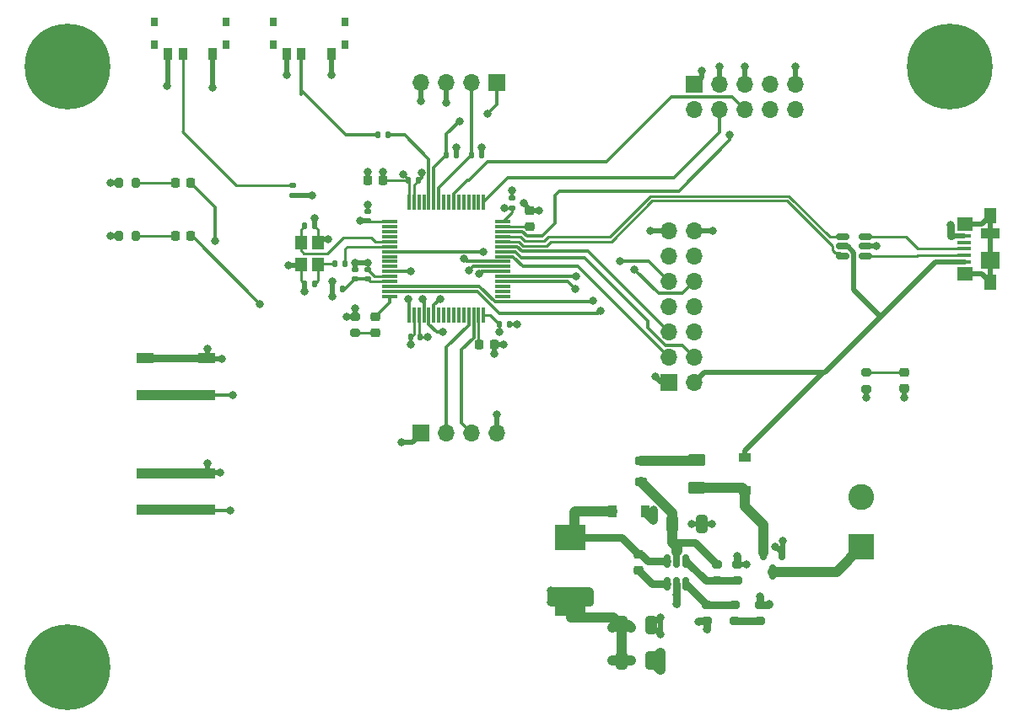
<source format=gbr>
%TF.GenerationSoftware,KiCad,Pcbnew,(6.0.9)*%
%TF.CreationDate,2022-12-02T11:09:33-06:00*%
%TF.ProjectId,First_stm32,46697273-745f-4737-946d-33322e6b6963,rev?*%
%TF.SameCoordinates,Original*%
%TF.FileFunction,Copper,L1,Top*%
%TF.FilePolarity,Positive*%
%FSLAX46Y46*%
G04 Gerber Fmt 4.6, Leading zero omitted, Abs format (unit mm)*
G04 Created by KiCad (PCBNEW (6.0.9)) date 2022-12-02 11:09:33*
%MOMM*%
%LPD*%
G01*
G04 APERTURE LIST*
G04 Aperture macros list*
%AMRoundRect*
0 Rectangle with rounded corners*
0 $1 Rounding radius*
0 $2 $3 $4 $5 $6 $7 $8 $9 X,Y pos of 4 corners*
0 Add a 4 corners polygon primitive as box body*
4,1,4,$2,$3,$4,$5,$6,$7,$8,$9,$2,$3,0*
0 Add four circle primitives for the rounded corners*
1,1,$1+$1,$2,$3*
1,1,$1+$1,$4,$5*
1,1,$1+$1,$6,$7*
1,1,$1+$1,$8,$9*
0 Add four rect primitives between the rounded corners*
20,1,$1+$1,$2,$3,$4,$5,0*
20,1,$1+$1,$4,$5,$6,$7,0*
20,1,$1+$1,$6,$7,$8,$9,0*
20,1,$1+$1,$8,$9,$2,$3,0*%
G04 Aperture macros list end*
%TA.AperFunction,SMDPad,CuDef*%
%ADD10R,1.800000X1.100000*%
%TD*%
%TA.AperFunction,ComponentPad*%
%ADD11R,1.700000X1.700000*%
%TD*%
%TA.AperFunction,ComponentPad*%
%ADD12O,1.700000X1.700000*%
%TD*%
%TA.AperFunction,SMDPad,CuDef*%
%ADD13R,0.900000X1.200000*%
%TD*%
%TA.AperFunction,SMDPad,CuDef*%
%ADD14RoundRect,0.140000X-0.140000X-0.170000X0.140000X-0.170000X0.140000X0.170000X-0.140000X0.170000X0*%
%TD*%
%TA.AperFunction,SMDPad,CuDef*%
%ADD15R,0.900000X1.250000*%
%TD*%
%TA.AperFunction,SMDPad,CuDef*%
%ADD16R,0.800000X0.930000*%
%TD*%
%TA.AperFunction,SMDPad,CuDef*%
%ADD17RoundRect,0.200000X-0.275000X0.200000X-0.275000X-0.200000X0.275000X-0.200000X0.275000X0.200000X0*%
%TD*%
%TA.AperFunction,SMDPad,CuDef*%
%ADD18RoundRect,0.225000X0.225000X0.250000X-0.225000X0.250000X-0.225000X-0.250000X0.225000X-0.250000X0*%
%TD*%
%TA.AperFunction,SMDPad,CuDef*%
%ADD19RoundRect,0.250000X0.625000X-0.375000X0.625000X0.375000X-0.625000X0.375000X-0.625000X-0.375000X0*%
%TD*%
%TA.AperFunction,SMDPad,CuDef*%
%ADD20RoundRect,0.140000X0.170000X-0.140000X0.170000X0.140000X-0.170000X0.140000X-0.170000X-0.140000X0*%
%TD*%
%TA.AperFunction,SMDPad,CuDef*%
%ADD21RoundRect,0.218750X0.256250X-0.218750X0.256250X0.218750X-0.256250X0.218750X-0.256250X-0.218750X0*%
%TD*%
%TA.AperFunction,ComponentPad*%
%ADD22C,0.900000*%
%TD*%
%TA.AperFunction,ComponentPad*%
%ADD23C,8.600000*%
%TD*%
%TA.AperFunction,SMDPad,CuDef*%
%ADD24RoundRect,0.225000X0.250000X-0.225000X0.250000X0.225000X-0.250000X0.225000X-0.250000X-0.225000X0*%
%TD*%
%TA.AperFunction,SMDPad,CuDef*%
%ADD25RoundRect,0.218750X-0.218750X-0.256250X0.218750X-0.256250X0.218750X0.256250X-0.218750X0.256250X0*%
%TD*%
%TA.AperFunction,SMDPad,CuDef*%
%ADD26RoundRect,0.218750X-0.256250X0.218750X-0.256250X-0.218750X0.256250X-0.218750X0.256250X0.218750X0*%
%TD*%
%TA.AperFunction,SMDPad,CuDef*%
%ADD27R,3.048000X2.540000*%
%TD*%
%TA.AperFunction,SMDPad,CuDef*%
%ADD28RoundRect,0.150000X-0.150000X0.587500X-0.150000X-0.587500X0.150000X-0.587500X0.150000X0.587500X0*%
%TD*%
%TA.AperFunction,SMDPad,CuDef*%
%ADD29RoundRect,0.140000X0.140000X0.170000X-0.140000X0.170000X-0.140000X-0.170000X0.140000X-0.170000X0*%
%TD*%
%TA.AperFunction,SMDPad,CuDef*%
%ADD30RoundRect,0.135000X0.185000X-0.135000X0.185000X0.135000X-0.185000X0.135000X-0.185000X-0.135000X0*%
%TD*%
%TA.AperFunction,SMDPad,CuDef*%
%ADD31R,1.200000X0.900000*%
%TD*%
%TA.AperFunction,SMDPad,CuDef*%
%ADD32RoundRect,0.200000X0.275000X-0.200000X0.275000X0.200000X-0.275000X0.200000X-0.275000X-0.200000X0*%
%TD*%
%TA.AperFunction,SMDPad,CuDef*%
%ADD33RoundRect,0.135000X0.135000X0.185000X-0.135000X0.185000X-0.135000X-0.185000X0.135000X-0.185000X0*%
%TD*%
%TA.AperFunction,SMDPad,CuDef*%
%ADD34RoundRect,0.250000X-0.325000X-0.650000X0.325000X-0.650000X0.325000X0.650000X-0.325000X0.650000X0*%
%TD*%
%TA.AperFunction,SMDPad,CuDef*%
%ADD35RoundRect,0.218750X-0.381250X0.218750X-0.381250X-0.218750X0.381250X-0.218750X0.381250X0.218750X0*%
%TD*%
%TA.AperFunction,ComponentPad*%
%ADD36R,2.600000X2.600000*%
%TD*%
%TA.AperFunction,ComponentPad*%
%ADD37C,2.600000*%
%TD*%
%TA.AperFunction,SMDPad,CuDef*%
%ADD38RoundRect,0.200000X0.200000X0.275000X-0.200000X0.275000X-0.200000X-0.275000X0.200000X-0.275000X0*%
%TD*%
%TA.AperFunction,SMDPad,CuDef*%
%ADD39RoundRect,0.225000X-0.225000X-0.250000X0.225000X-0.250000X0.225000X0.250000X-0.225000X0.250000X0*%
%TD*%
%TA.AperFunction,SMDPad,CuDef*%
%ADD40RoundRect,0.075000X-0.700000X-0.075000X0.700000X-0.075000X0.700000X0.075000X-0.700000X0.075000X0*%
%TD*%
%TA.AperFunction,SMDPad,CuDef*%
%ADD41RoundRect,0.075000X-0.075000X-0.700000X0.075000X-0.700000X0.075000X0.700000X-0.075000X0.700000X0*%
%TD*%
%TA.AperFunction,SMDPad,CuDef*%
%ADD42R,1.380000X0.450000*%
%TD*%
%TA.AperFunction,SMDPad,CuDef*%
%ADD43R,1.900000X1.000000*%
%TD*%
%TA.AperFunction,SMDPad,CuDef*%
%ADD44R,1.550000X1.425000*%
%TD*%
%TA.AperFunction,SMDPad,CuDef*%
%ADD45R,1.300000X1.650000*%
%TD*%
%TA.AperFunction,SMDPad,CuDef*%
%ADD46R,1.900000X1.800000*%
%TD*%
%TA.AperFunction,SMDPad,CuDef*%
%ADD47RoundRect,0.150000X0.150000X-0.512500X0.150000X0.512500X-0.150000X0.512500X-0.150000X-0.512500X0*%
%TD*%
%TA.AperFunction,SMDPad,CuDef*%
%ADD48RoundRect,0.150000X0.512500X0.150000X-0.512500X0.150000X-0.512500X-0.150000X0.512500X-0.150000X0*%
%TD*%
%TA.AperFunction,SMDPad,CuDef*%
%ADD49RoundRect,0.147500X-0.147500X-0.172500X0.147500X-0.172500X0.147500X0.172500X-0.147500X0.172500X0*%
%TD*%
%TA.AperFunction,SMDPad,CuDef*%
%ADD50R,1.200000X1.400000*%
%TD*%
%TA.AperFunction,ViaPad*%
%ADD51C,0.800000*%
%TD*%
%TA.AperFunction,Conductor*%
%ADD52C,1.000000*%
%TD*%
%TA.AperFunction,Conductor*%
%ADD53C,0.500000*%
%TD*%
%TA.AperFunction,Conductor*%
%ADD54C,0.250000*%
%TD*%
%TA.AperFunction,Conductor*%
%ADD55C,0.300000*%
%TD*%
%TA.AperFunction,Conductor*%
%ADD56C,0.750000*%
%TD*%
%TA.AperFunction,Conductor*%
%ADD57C,0.261112*%
%TD*%
G04 APERTURE END LIST*
D10*
%TO.P,SW3,1,1*%
%TO.N,GND*%
X105512800Y-101015800D03*
X99312800Y-101015800D03*
%TO.P,SW3,2,2*%
%TO.N,BUTTON_1*%
X99312800Y-104715800D03*
X105512800Y-104715800D03*
%TD*%
D11*
%TO.P,J2,1,Pin_1*%
%TO.N,+3.3V*%
X154432000Y-61976000D03*
D12*
%TO.P,J2,2,Pin_2*%
%TO.N,SWDIO*%
X154432000Y-64516000D03*
%TO.P,J2,3,Pin_3*%
%TO.N,GND*%
X156972000Y-61976000D03*
%TO.P,J2,4,Pin_4*%
%TO.N,SWCLK*%
X156972000Y-64516000D03*
%TO.P,J2,5,Pin_5*%
%TO.N,GND*%
X159512000Y-61976000D03*
%TO.P,J2,6,Pin_6*%
%TO.N,SWO*%
X159512000Y-64516000D03*
%TO.P,J2,7,Pin_7*%
%TO.N,unconnected-(J2-Pad7)*%
X162052000Y-61976000D03*
%TO.P,J2,8,Pin_8*%
%TO.N,unconnected-(J2-Pad8)*%
X162052000Y-64516000D03*
%TO.P,J2,9,Pin_9*%
%TO.N,GND*%
X164592000Y-61976000D03*
%TO.P,J2,10,Pin_10*%
%TO.N,NRST*%
X164592000Y-64516000D03*
%TD*%
D13*
%TO.P,D2,1,K*%
%TO.N,BUCK_SW*%
X146178000Y-104902000D03*
%TO.P,D2,2,A*%
%TO.N,GND*%
X149478000Y-104902000D03*
%TD*%
D14*
%TO.P,C15,1*%
%TO.N,HSE_IN*%
X115344000Y-76200000D03*
%TO.P,C15,2*%
%TO.N,GND*%
X116304000Y-76200000D03*
%TD*%
D15*
%TO.P,SW1,1,A*%
%TO.N,+3.3V*%
X117999200Y-58894800D03*
%TO.P,SW1,2,B*%
%TO.N,Net-(R7-Pad2)*%
X114999200Y-58894800D03*
%TO.P,SW1,3,C*%
%TO.N,GND*%
X113499200Y-58894800D03*
D16*
%TO.P,SW1,4*%
%TO.N,N/C*%
X112149200Y-57954800D03*
%TO.P,SW1,5*%
X112149200Y-55684800D03*
%TO.P,SW1,6*%
X119349200Y-55684800D03*
%TO.P,SW1,7*%
X119349200Y-57954800D03*
%TD*%
D17*
%TO.P,R1,1*%
%TO.N,BUCK_IN*%
X156718000Y-110173000D03*
%TO.P,R1,2*%
%TO.N,BUCK_EN*%
X156718000Y-111823000D03*
%TD*%
D18*
%TO.P,C5,1*%
%TO.N,+3.3V*%
X123203000Y-71628000D03*
%TO.P,C5,2*%
%TO.N,GND*%
X121653000Y-71628000D03*
%TD*%
D19*
%TO.P,F1,1*%
%TO.N,Net-(D1-Pad1)*%
X154686000Y-102492000D03*
%TO.P,F1,2*%
%TO.N,Net-(F1-Pad2)*%
X154686000Y-99692000D03*
%TD*%
D20*
%TO.P,C9,1*%
%TO.N,+3.3V*%
X136144000Y-74366000D03*
%TO.P,C9,2*%
%TO.N,GND*%
X136144000Y-73406000D03*
%TD*%
D21*
%TO.P,D4,1,K*%
%TO.N,Net-(D4-Pad1)*%
X122428000Y-86893500D03*
%TO.P,D4,2,A*%
%TO.N,LED_STATUS*%
X122428000Y-85318500D03*
%TD*%
D22*
%TO.P,H1,1,1*%
%TO.N,GND*%
X177805581Y-62478419D03*
X176861000Y-60198000D03*
X182366419Y-62478419D03*
X182366419Y-57917581D03*
X180086000Y-63423000D03*
X183311000Y-60198000D03*
X180086000Y-56973000D03*
X177805581Y-57917581D03*
D23*
X180086000Y-60198000D03*
%TD*%
D10*
%TO.P,SW4,1,1*%
%TO.N,GND*%
X105512800Y-89458800D03*
X99312800Y-89458800D03*
%TO.P,SW4,2,2*%
%TO.N,BUTTON_2*%
X99312800Y-93158800D03*
X105512800Y-93158800D03*
%TD*%
D24*
%TO.P,C14,1*%
%TO.N,Net-(C14-Pad1)*%
X137922000Y-76213000D03*
%TO.P,C14,2*%
%TO.N,GND*%
X137922000Y-74663000D03*
%TD*%
D25*
%TO.P,D5,1,K*%
%TO.N,/GREEN_LED_CATHODE*%
X102311000Y-77216000D03*
%TO.P,D5,2,A*%
%TO.N,LED_GREEN*%
X103886000Y-77216000D03*
%TD*%
D26*
%TO.P,D3,1,K*%
%TO.N,Net-(D3-Pad1)*%
X175514000Y-90932000D03*
%TO.P,D3,2,A*%
%TO.N,+3.3V*%
X175514000Y-92507000D03*
%TD*%
D27*
%TO.P,L1,1*%
%TO.N,BUCK_SW*%
X141960600Y-107467400D03*
%TO.P,L1,2*%
%TO.N,+3.3V*%
X141960600Y-114071400D03*
%TD*%
D20*
%TO.P,C12,1*%
%TO.N,+3.3VA*%
X120396000Y-81534000D03*
%TO.P,C12,2*%
%TO.N,GND*%
X120396000Y-80574000D03*
%TD*%
D28*
%TO.P,Q1,1,G*%
%TO.N,GND*%
X163256000Y-109044500D03*
%TO.P,Q1,2,S*%
%TO.N,Net-(D1-Pad1)*%
X161356000Y-109044500D03*
%TO.P,Q1,3,D*%
%TO.N,+12V*%
X162306000Y-110919500D03*
%TD*%
D14*
%TO.P,C8,1*%
%TO.N,+3.3V*%
X134902000Y-86106000D03*
%TO.P,C8,2*%
%TO.N,GND*%
X135862000Y-86106000D03*
%TD*%
D11*
%TO.P,J6,1,Pin_1*%
%TO.N,+3.3V*%
X151872000Y-91928000D03*
D12*
%TO.P,J6,2,Pin_2*%
%TO.N,+5V*%
X154412000Y-91928000D03*
%TO.P,J6,3,Pin_3*%
%TO.N,PIN_1*%
X151872000Y-89388000D03*
%TO.P,J6,4,Pin_4*%
%TO.N,PIN_2*%
X154412000Y-89388000D03*
%TO.P,J6,5,Pin_5*%
%TO.N,PIN_3*%
X151872000Y-86848000D03*
%TO.P,J6,6,Pin_6*%
%TO.N,PIN_4*%
X154412000Y-86848000D03*
%TO.P,J6,7,Pin_7*%
%TO.N,PIN_5*%
X151872000Y-84308000D03*
%TO.P,J6,8,Pin_8*%
%TO.N,PIN_6*%
X154412000Y-84308000D03*
%TO.P,J6,9,Pin_9*%
%TO.N,PWM_1*%
X151872000Y-81768000D03*
%TO.P,J6,10,Pin_10*%
%TO.N,PWM_2*%
X154412000Y-81768000D03*
%TO.P,J6,11,Pin_11*%
%TO.N,ANALOG_1*%
X151872000Y-79228000D03*
%TO.P,J6,12,Pin_12*%
%TO.N,ANALOG_2*%
X154412000Y-79228000D03*
%TO.P,J6,13,Pin_13*%
%TO.N,GND*%
X151872000Y-76688000D03*
%TO.P,J6,14,Pin_14*%
X154412000Y-76688000D03*
%TD*%
D29*
%TO.P,C16,1*%
%TO.N,Net-(C16-Pad1)*%
X116304000Y-82042000D03*
%TO.P,C16,2*%
%TO.N,GND*%
X115344000Y-82042000D03*
%TD*%
D30*
%TO.P,R14,1*%
%TO.N,SWITCH*%
X114147600Y-73103200D03*
%TO.P,R14,2*%
%TO.N,Net-(R14-Pad2)*%
X114147600Y-72083200D03*
%TD*%
D22*
%TO.P,H4,1,1*%
%TO.N,GND*%
X93771219Y-122778019D03*
X94715800Y-120497600D03*
X88265800Y-120497600D03*
X89210381Y-118217181D03*
D23*
X91490800Y-120497600D03*
D22*
X93771219Y-118217181D03*
X91490800Y-123722600D03*
X91490800Y-117272600D03*
X89210381Y-122778019D03*
%TD*%
D20*
%TO.P,C11,1*%
%TO.N,+3.3VA*%
X121666000Y-81534000D03*
%TO.P,C11,2*%
%TO.N,GND*%
X121666000Y-80574000D03*
%TD*%
D31*
%TO.P,D1,1,K*%
%TO.N,Net-(D1-Pad1)*%
X159512000Y-102742000D03*
%TO.P,D1,2,A*%
%TO.N,+5V*%
X159512000Y-99442000D03*
%TD*%
D32*
%TO.P,R3,1*%
%TO.N,+3.3V*%
X155702000Y-115887000D03*
%TO.P,R3,2*%
%TO.N,BUCK_FB*%
X155702000Y-114237000D03*
%TD*%
D33*
%TO.P,R7,1*%
%TO.N,BOOT0*%
X123700000Y-67056000D03*
%TO.P,R7,2*%
%TO.N,Net-(R7-Pad2)*%
X122680000Y-67056000D03*
%TD*%
D22*
%TO.P,H3,1,1*%
%TO.N,GND*%
X180086000Y-123722600D03*
X180086000Y-117272600D03*
X183311000Y-120497600D03*
X177805581Y-122778019D03*
D23*
X180086000Y-120497600D03*
D22*
X177805581Y-118217181D03*
X176861000Y-120497600D03*
X182366419Y-122778019D03*
X182366419Y-118217181D03*
%TD*%
D34*
%TO.P,C1,1*%
%TO.N,BUCK_IN*%
X152195000Y-106172000D03*
%TO.P,C1,2*%
%TO.N,GND*%
X155145000Y-106172000D03*
%TD*%
D33*
%TO.P,R10,1*%
%TO.N,+3.3V*%
X133098000Y-69088000D03*
%TO.P,R10,2*%
%TO.N,I2C1_SCL*%
X132078000Y-69088000D03*
%TD*%
D17*
%TO.P,R9,1*%
%TO.N,GND*%
X120396000Y-85281000D03*
%TO.P,R9,2*%
%TO.N,Net-(D4-Pad1)*%
X120396000Y-86931000D03*
%TD*%
D35*
%TO.P,FB1,1*%
%TO.N,Net-(F1-Pad2)*%
X149098000Y-99775500D03*
%TO.P,FB1,2*%
%TO.N,BUCK_IN*%
X149098000Y-101900500D03*
%TD*%
D36*
%TO.P,J1,1,Pin_1*%
%TO.N,+12V*%
X171204000Y-108418000D03*
D37*
%TO.P,J1,2,Pin_2*%
%TO.N,GND*%
X171204000Y-103418000D03*
%TD*%
D38*
%TO.P,R13,1*%
%TO.N,/WHITE_LED_CATHODE*%
X98335500Y-71882000D03*
%TO.P,R13,2*%
%TO.N,GND*%
X96685500Y-71882000D03*
%TD*%
D11*
%TO.P,J4,1,Pin_1*%
%TO.N,+3.3V*%
X127000000Y-97028000D03*
D12*
%TO.P,J4,2,Pin_2*%
%TO.N,USART3_TX*%
X129540000Y-97028000D03*
%TO.P,J4,3,Pin_3*%
%TO.N,USART3_RX*%
X132080000Y-97028000D03*
%TO.P,J4,4,Pin_4*%
%TO.N,GND*%
X134620000Y-97028000D03*
%TD*%
D39*
%TO.P,C13,1*%
%TO.N,Net-(C13-Pad1)*%
X132829000Y-88138000D03*
%TO.P,C13,2*%
%TO.N,GND*%
X134379000Y-88138000D03*
%TD*%
D40*
%TO.P,U2,1,VBAT*%
%TO.N,+3.3V*%
X123865000Y-75752000D03*
%TO.P,U2,2,PC13*%
%TO.N,unconnected-(U2-Pad2)*%
X123865000Y-76252000D03*
%TO.P,U2,3,PC14*%
%TO.N,unconnected-(U2-Pad3)*%
X123865000Y-76752000D03*
%TO.P,U2,4,PC15*%
%TO.N,unconnected-(U2-Pad4)*%
X123865000Y-77252000D03*
%TO.P,U2,5,PH0*%
%TO.N,HSE_IN*%
X123865000Y-77752000D03*
%TO.P,U2,6,PH1*%
%TO.N,HSE_OUT*%
X123865000Y-78252000D03*
%TO.P,U2,7,NRST*%
%TO.N,NRST*%
X123865000Y-78752000D03*
%TO.P,U2,8,PC0*%
%TO.N,unconnected-(U2-Pad8)*%
X123865000Y-79252000D03*
%TO.P,U2,9,PC1*%
%TO.N,unconnected-(U2-Pad9)*%
X123865000Y-79752000D03*
%TO.P,U2,10,PC2*%
%TO.N,unconnected-(U2-Pad10)*%
X123865000Y-80252000D03*
%TO.P,U2,11,PC3*%
%TO.N,SWITCH*%
X123865000Y-80752000D03*
%TO.P,U2,12,VSSA*%
%TO.N,GND*%
X123865000Y-81252000D03*
%TO.P,U2,13,VDDA*%
%TO.N,+3.3VA*%
X123865000Y-81752000D03*
%TO.P,U2,14,PA0*%
%TO.N,ANALOG_1*%
X123865000Y-82252000D03*
%TO.P,U2,15,PA1*%
%TO.N,ANALOG_2*%
X123865000Y-82752000D03*
%TO.P,U2,16,PA2*%
%TO.N,LED_STATUS*%
X123865000Y-83252000D03*
D41*
%TO.P,U2,17,PA3*%
%TO.N,LED_GREEN*%
X125790000Y-85177000D03*
%TO.P,U2,18,VSS*%
%TO.N,GND*%
X126290000Y-85177000D03*
%TO.P,U2,19,VDD*%
%TO.N,+3.3V*%
X126790000Y-85177000D03*
%TO.P,U2,20,PA4*%
%TO.N,LED_WHITE*%
X127290000Y-85177000D03*
%TO.P,U2,21,PA5*%
%TO.N,BUTTON_1*%
X127790000Y-85177000D03*
%TO.P,U2,22,PA6*%
%TO.N,BUTTON_2*%
X128290000Y-85177000D03*
%TO.P,U2,23,PA7*%
%TO.N,unconnected-(U2-Pad23)*%
X128790000Y-85177000D03*
%TO.P,U2,24,PC4*%
%TO.N,unconnected-(U2-Pad24)*%
X129290000Y-85177000D03*
%TO.P,U2,25,PC5*%
%TO.N,unconnected-(U2-Pad25)*%
X129790000Y-85177000D03*
%TO.P,U2,26,PB0*%
%TO.N,unconnected-(U2-Pad26)*%
X130290000Y-85177000D03*
%TO.P,U2,27,PB1*%
%TO.N,unconnected-(U2-Pad27)*%
X130790000Y-85177000D03*
%TO.P,U2,28,PB2*%
%TO.N,unconnected-(U2-Pad28)*%
X131290000Y-85177000D03*
%TO.P,U2,29,PB10*%
%TO.N,USART3_TX*%
X131790000Y-85177000D03*
%TO.P,U2,30,PB11*%
%TO.N,USART3_RX*%
X132290000Y-85177000D03*
%TO.P,U2,31,VCAP_1*%
%TO.N,Net-(C13-Pad1)*%
X132790000Y-85177000D03*
%TO.P,U2,32,VDD*%
%TO.N,+3.3V*%
X133290000Y-85177000D03*
D40*
%TO.P,U2,33,PB12*%
%TO.N,unconnected-(U2-Pad33)*%
X135215000Y-83252000D03*
%TO.P,U2,34,PB13*%
%TO.N,unconnected-(U2-Pad34)*%
X135215000Y-82752000D03*
%TO.P,U2,35,PB14*%
%TO.N,unconnected-(U2-Pad35)*%
X135215000Y-82252000D03*
%TO.P,U2,36,PB15*%
%TO.N,PWM_2*%
X135215000Y-81752000D03*
%TO.P,U2,37,PC6*%
%TO.N,PWM_1*%
X135215000Y-81252000D03*
%TO.P,U2,38,PC7*%
%TO.N,PIN_4*%
X135215000Y-80752000D03*
%TO.P,U2,39,PC8*%
%TO.N,PIN_5*%
X135215000Y-80252000D03*
%TO.P,U2,40,PC9*%
%TO.N,PIN_6*%
X135215000Y-79752000D03*
%TO.P,U2,41,PA8*%
%TO.N,PIN_1*%
X135215000Y-79252000D03*
%TO.P,U2,42,PA9*%
%TO.N,PIN_2*%
X135215000Y-78752000D03*
%TO.P,U2,43,PA10*%
%TO.N,PIN_3*%
X135215000Y-78252000D03*
%TO.P,U2,44,PA11*%
%TO.N,USB_D-*%
X135215000Y-77752000D03*
%TO.P,U2,45,PA12*%
%TO.N,USB_D+*%
X135215000Y-77252000D03*
%TO.P,U2,46,PA13*%
%TO.N,SWDIO*%
X135215000Y-76752000D03*
%TO.P,U2,47,VCAP_2*%
%TO.N,Net-(C14-Pad1)*%
X135215000Y-76252000D03*
%TO.P,U2,48,VDD*%
%TO.N,+3.3V*%
X135215000Y-75752000D03*
D41*
%TO.P,U2,49,PA14*%
%TO.N,SWCLK*%
X133290000Y-73827000D03*
%TO.P,U2,50,PA15*%
%TO.N,unconnected-(U2-Pad50)*%
X132790000Y-73827000D03*
%TO.P,U2,51,PC10*%
%TO.N,unconnected-(U2-Pad51)*%
X132290000Y-73827000D03*
%TO.P,U2,52,PC11*%
%TO.N,unconnected-(U2-Pad52)*%
X131790000Y-73827000D03*
%TO.P,U2,53,PC12*%
%TO.N,unconnected-(U2-Pad53)*%
X131290000Y-73827000D03*
%TO.P,U2,54,PD2*%
%TO.N,unconnected-(U2-Pad54)*%
X130790000Y-73827000D03*
%TO.P,U2,55,PB3*%
%TO.N,SWO*%
X130290000Y-73827000D03*
%TO.P,U2,56,PB4*%
%TO.N,unconnected-(U2-Pad56)*%
X129790000Y-73827000D03*
%TO.P,U2,57,PB5*%
%TO.N,unconnected-(U2-Pad57)*%
X129290000Y-73827000D03*
%TO.P,U2,58,PB6*%
%TO.N,I2C1_SCL*%
X128790000Y-73827000D03*
%TO.P,U2,59,PB7*%
%TO.N,I2C1_SDA*%
X128290000Y-73827000D03*
%TO.P,U2,60,BOOT0*%
%TO.N,BOOT0*%
X127790000Y-73827000D03*
%TO.P,U2,61,PB8*%
%TO.N,unconnected-(U2-Pad61)*%
X127290000Y-73827000D03*
%TO.P,U2,62,PB9*%
%TO.N,unconnected-(U2-Pad62)*%
X126790000Y-73827000D03*
%TO.P,U2,63,VSS*%
%TO.N,GND*%
X126290000Y-73827000D03*
%TO.P,U2,64,VDD*%
%TO.N,+3.3V*%
X125790000Y-73827000D03*
%TD*%
D42*
%TO.P,J5,1,VBUS*%
%TO.N,+5V*%
X181490000Y-79786000D03*
%TO.P,J5,2,D-*%
%TO.N,USB_CONN_D-*%
X181490000Y-79136000D03*
%TO.P,J5,3,D+*%
%TO.N,USB_CONN_D+*%
X181490000Y-78486000D03*
%TO.P,J5,4,ID*%
%TO.N,unconnected-(J5-Pad4)*%
X181490000Y-77836000D03*
%TO.P,J5,5,GND*%
%TO.N,GND*%
X181490000Y-77186000D03*
D43*
%TO.P,J5,6,Shield*%
%TO.N,unconnected-(J5-Pad6)*%
X184150000Y-76936000D03*
D44*
X181575000Y-80973500D03*
D45*
X184150000Y-81861000D03*
X184150000Y-75111000D03*
D46*
X184150000Y-79636000D03*
D44*
X181575000Y-75998500D03*
%TD*%
D34*
%TO.P,C3,1*%
%TO.N,+3.3V*%
X147115000Y-119888000D03*
%TO.P,C3,2*%
%TO.N,GND*%
X150065000Y-119888000D03*
%TD*%
D38*
%TO.P,R12,1*%
%TO.N,/GREEN_LED_CATHODE*%
X98335500Y-77216000D03*
%TO.P,R12,2*%
%TO.N,GND*%
X96685500Y-77216000D03*
%TD*%
D47*
%TO.P,U1,1,BST*%
%TO.N,BUCK_BST*%
X151704000Y-112135500D03*
%TO.P,U1,2,GND*%
%TO.N,GND*%
X152654000Y-112135500D03*
%TO.P,U1,3,FB*%
%TO.N,BUCK_FB*%
X153604000Y-112135500D03*
%TO.P,U1,4,EN*%
%TO.N,BUCK_EN*%
X153604000Y-109860500D03*
%TO.P,U1,5,IN*%
%TO.N,BUCK_IN*%
X152654000Y-109860500D03*
%TO.P,U1,6,SW*%
%TO.N,BUCK_SW*%
X151704000Y-109860500D03*
%TD*%
D14*
%TO.P,C10,1*%
%TO.N,+3.3V*%
X125758000Y-71628000D03*
%TO.P,C10,2*%
%TO.N,GND*%
X126718000Y-71628000D03*
%TD*%
D15*
%TO.P,SW2,1,A*%
%TO.N,+3.3V*%
X106085200Y-58894800D03*
%TO.P,SW2,2,B*%
%TO.N,Net-(R14-Pad2)*%
X103085200Y-58894800D03*
%TO.P,SW2,3,C*%
%TO.N,GND*%
X101585200Y-58894800D03*
D16*
%TO.P,SW2,4*%
%TO.N,N/C*%
X100235200Y-57954800D03*
%TO.P,SW2,5*%
X100235200Y-55684800D03*
%TO.P,SW2,6*%
X107435200Y-55684800D03*
%TO.P,SW2,7*%
X107435200Y-57954800D03*
%TD*%
D25*
%TO.P,D6,1,K*%
%TO.N,/WHITE_LED_CATHODE*%
X102336500Y-71882000D03*
%TO.P,D6,2,A*%
%TO.N,LED_WHITE*%
X103911500Y-71882000D03*
%TD*%
D29*
%TO.P,C7,1*%
%TO.N,+3.3V*%
X126944000Y-87376000D03*
%TO.P,C7,2*%
%TO.N,GND*%
X125984000Y-87376000D03*
%TD*%
D11*
%TO.P,J3,1,Pin_1*%
%TO.N,I2C1_SDA*%
X134610000Y-61747000D03*
D12*
%TO.P,J3,2,Pin_2*%
%TO.N,I2C1_SCL*%
X132070000Y-61747000D03*
%TO.P,J3,3,Pin_3*%
%TO.N,+3.3V*%
X129530000Y-61747000D03*
%TO.P,J3,4,Pin_4*%
%TO.N,GND*%
X126990000Y-61747000D03*
%TD*%
D48*
%TO.P,U3,1,I/O1*%
%TO.N,USB_CONN_D-*%
X171571500Y-79182000D03*
%TO.P,U3,2,GND*%
%TO.N,GND*%
X171571500Y-78232000D03*
%TO.P,U3,3,I/O2*%
%TO.N,USB_CONN_D+*%
X171571500Y-77282000D03*
%TO.P,U3,4,I/O2*%
%TO.N,USB_D+*%
X169296500Y-77282000D03*
%TO.P,U3,5,VBUS*%
%TO.N,+5V*%
X169296500Y-78232000D03*
%TO.P,U3,6,I/O1*%
%TO.N,USB_D-*%
X169296500Y-79182000D03*
%TD*%
D49*
%TO.P,L2,1*%
%TO.N,+3.3V*%
X118133000Y-82550000D03*
%TO.P,L2,2*%
%TO.N,+3.3VA*%
X119103000Y-82550000D03*
%TD*%
D24*
%TO.P,C4,1*%
%TO.N,BUCK_BST*%
X148844000Y-110757000D03*
%TO.P,C4,2*%
%TO.N,BUCK_SW*%
X148844000Y-109207000D03*
%TD*%
D20*
%TO.P,C6,1*%
%TO.N,+3.3V*%
X121666000Y-75692000D03*
%TO.P,C6,2*%
%TO.N,GND*%
X121666000Y-74732000D03*
%TD*%
D33*
%TO.P,R8,1*%
%TO.N,HSE_OUT*%
X119382000Y-80010000D03*
%TO.P,R8,2*%
%TO.N,Net-(C16-Pad1)*%
X118362000Y-80010000D03*
%TD*%
D22*
%TO.P,H2,1,1*%
%TO.N,GND*%
X94715800Y-60198000D03*
X93771219Y-57917581D03*
X91490800Y-56973000D03*
X89210381Y-57917581D03*
X89210381Y-62478419D03*
D23*
X91490800Y-60198000D03*
D22*
X91490800Y-63423000D03*
X93771219Y-62478419D03*
X88265800Y-60198000D03*
%TD*%
D32*
%TO.P,R6,1*%
%TO.N,GND*%
X171704000Y-92582000D03*
%TO.P,R6,2*%
%TO.N,Net-(D3-Pad1)*%
X171704000Y-90932000D03*
%TD*%
D33*
%TO.P,R11,1*%
%TO.N,+3.3V*%
X130558000Y-69088000D03*
%TO.P,R11,2*%
%TO.N,I2C1_SDA*%
X129538000Y-69088000D03*
%TD*%
D32*
%TO.P,R5,1*%
%TO.N,Net-(R4-Pad2)*%
X161036000Y-115887000D03*
%TO.P,R5,2*%
%TO.N,GND*%
X161036000Y-114237000D03*
%TD*%
D50*
%TO.P,Y1,1,1*%
%TO.N,HSE_IN*%
X114974000Y-77894000D03*
%TO.P,Y1,2,2*%
%TO.N,GND*%
X114974000Y-80094000D03*
%TO.P,Y1,3,3*%
%TO.N,Net-(C16-Pad1)*%
X116674000Y-80094000D03*
%TO.P,Y1,4,4*%
%TO.N,GND*%
X116674000Y-77894000D03*
%TD*%
D32*
%TO.P,R2,1*%
%TO.N,BUCK_EN*%
X158750000Y-111823000D03*
%TO.P,R2,2*%
%TO.N,GND*%
X158750000Y-110173000D03*
%TD*%
D34*
%TO.P,C2,1*%
%TO.N,+3.3V*%
X147115000Y-116332000D03*
%TO.P,C2,2*%
%TO.N,GND*%
X150065000Y-116332000D03*
%TD*%
D17*
%TO.P,R4,1*%
%TO.N,BUCK_FB*%
X158496000Y-114237000D03*
%TO.P,R4,2*%
%TO.N,Net-(R4-Pad2)*%
X158496000Y-115887000D03*
%TD*%
D51*
%TO.N,GND*%
X127000000Y-63601600D03*
X95859600Y-71882000D03*
X113538000Y-61010800D03*
X161036000Y-113411000D03*
X136144000Y-72644000D03*
X154127200Y-106172000D03*
X161925000Y-114173000D03*
X136652000Y-86106000D03*
X180248000Y-77216000D03*
X115316000Y-82804000D03*
X106857800Y-100960800D03*
X121666000Y-70739000D03*
X106984800Y-89530800D03*
X162560000Y-108407200D03*
X156972000Y-60147200D03*
X137287000Y-73914000D03*
X134569200Y-95148400D03*
X95859600Y-77216000D03*
X152654000Y-113233200D03*
X105587800Y-100071800D03*
X151028400Y-120751600D03*
X150329285Y-104686715D03*
X152654000Y-114147600D03*
X134366000Y-89027000D03*
X138811000Y-74676000D03*
X105587800Y-88514800D03*
X120396000Y-84455000D03*
X101523800Y-62128400D03*
X127040500Y-70866000D03*
X135255000Y-88138000D03*
X164592000Y-60147200D03*
X151028400Y-117195600D03*
X125933200Y-88138000D03*
X116281200Y-75438000D03*
X159512000Y-60147200D03*
X172669200Y-78232000D03*
X150241000Y-105791000D03*
X158750000Y-109347000D03*
X121666000Y-74041000D03*
X121666000Y-79883000D03*
X113690400Y-80162400D03*
X150012400Y-76657200D03*
X156260800Y-76708000D03*
X159639000Y-110236000D03*
X120396000Y-79883000D03*
X151028400Y-115519200D03*
X171704000Y-93421200D03*
X119507000Y-85344000D03*
X163271200Y-107848400D03*
X156159200Y-106172000D03*
X180200498Y-76073000D03*
X151028400Y-119126000D03*
X117703600Y-77520800D03*
%TO.N,+3.3V*%
X106095800Y-62280800D03*
X133096000Y-68326000D03*
X118110000Y-81788000D03*
X118110000Y-83312000D03*
X150520400Y-91338400D03*
X129530000Y-63779400D03*
X155143200Y-60553600D03*
X125222000Y-70967600D03*
X155702000Y-116713000D03*
X120904000Y-75692000D03*
X175514000Y-93472000D03*
X134874000Y-86868000D03*
X146177000Y-119888000D03*
X127635000Y-87376000D03*
X123190000Y-70739000D03*
X125069600Y-97891600D03*
X154813000Y-115951000D03*
X140004800Y-112801400D03*
X143916400Y-112877600D03*
X118035200Y-60984000D03*
X130556000Y-68326000D03*
X148082000Y-116586000D03*
X143916400Y-113969800D03*
X148082000Y-119888000D03*
X140004800Y-113969800D03*
X135382000Y-74422000D03*
X146177000Y-116586000D03*
%TO.N,I2C1_SDA*%
X133705600Y-64871600D03*
X130860800Y-65633600D03*
%TO.N,SWITCH*%
X116052600Y-73126600D03*
X125984000Y-80752000D03*
%TO.N,NRST*%
X133235000Y-78752000D03*
%TO.N,ANALOG_1*%
X144272000Y-83693000D03*
%TO.N,ANALOG_2*%
X145034000Y-84709000D03*
%TO.N,LED_GREEN*%
X125730000Y-83501500D03*
X110859000Y-84062000D03*
%TO.N,LED_WHITE*%
X127127000Y-83566000D03*
X106299000Y-77724000D03*
%TO.N,BUTTON_1*%
X129159000Y-86868000D03*
X107873800Y-104770800D03*
%TO.N,BUTTON_2*%
X128905000Y-83501500D03*
X108127800Y-93213800D03*
%TO.N,PWM_2*%
X142494000Y-82550000D03*
X148437600Y-80543400D03*
%TO.N,PWM_1*%
X146939000Y-79756000D03*
X142557500Y-81216500D03*
%TO.N,PIN_4*%
X132842000Y-81026000D03*
%TO.N,PIN_5*%
X131826000Y-80645000D03*
%TO.N,PIN_6*%
X131318000Y-79501500D03*
%TO.N,SWDIO*%
X157988000Y-67056000D03*
%TD*%
D52*
%TO.N,+12V*%
X171204000Y-108418000D02*
X168702500Y-110919500D01*
X168702500Y-110919500D02*
X162306000Y-110919500D01*
D53*
%TO.N,GND*%
X137922000Y-74549000D02*
X137287000Y-73914000D01*
X114905600Y-80162400D02*
X114974000Y-80094000D01*
X151028400Y-115519200D02*
X151028400Y-117195600D01*
X101585200Y-62067000D02*
X101585200Y-58894800D01*
X105567800Y-100960800D02*
X105512800Y-101015800D01*
D54*
X126290000Y-73827000D02*
X126290000Y-72056000D01*
D53*
X116281200Y-76177200D02*
X116304000Y-76200000D01*
D55*
X127040500Y-70866000D02*
X127040500Y-71305500D01*
D53*
X180248000Y-77216000D02*
X180303000Y-77161000D01*
X134569200Y-96977200D02*
X134620000Y-97028000D01*
X120396000Y-85281000D02*
X120396000Y-84455000D01*
X156972000Y-60147200D02*
X156972000Y-61976000D01*
D55*
X127040500Y-71305500D02*
X126718000Y-71628000D01*
D54*
X114974000Y-81672000D02*
X115344000Y-82042000D01*
D52*
X150065000Y-119888000D02*
X150164800Y-119888000D01*
D53*
X117047200Y-77520800D02*
X116674000Y-77894000D01*
X127000000Y-63601600D02*
X127000000Y-61757000D01*
X163271200Y-107848400D02*
X163271200Y-109029300D01*
X134379000Y-88138000D02*
X135255000Y-88138000D01*
X163271200Y-109029300D02*
X163256000Y-109044500D01*
X134379000Y-89014000D02*
X134366000Y-89027000D01*
D55*
X125933200Y-88138000D02*
X125933200Y-87426800D01*
D56*
X180200498Y-76073000D02*
X180200498Y-77168498D01*
X161861000Y-114237000D02*
X161925000Y-114173000D01*
D54*
X122351609Y-81252000D02*
X121673609Y-80574000D01*
D56*
X161036000Y-114237000D02*
X161861000Y-114237000D01*
D53*
X120396000Y-79883000D02*
X121666000Y-79883000D01*
D52*
X150266400Y-119888000D02*
X151028400Y-119126000D01*
D55*
X135862000Y-86106000D02*
X136652000Y-86106000D01*
D53*
X113538000Y-61010800D02*
X113499200Y-60972000D01*
X171704000Y-92582000D02*
X171704000Y-93421200D01*
D55*
X125933200Y-87426800D02*
X125984000Y-87376000D01*
D53*
X180303000Y-77161000D02*
X181490000Y-77161000D01*
D56*
X152654000Y-112135500D02*
X152654000Y-114147600D01*
D53*
X113690400Y-80162400D02*
X114905600Y-80162400D01*
X134569200Y-95148400D02*
X134569200Y-96977200D01*
X138798000Y-74663000D02*
X138811000Y-74676000D01*
X115316000Y-82070000D02*
X115344000Y-82042000D01*
X116281200Y-75438000D02*
X116281200Y-76177200D01*
X150215600Y-116332000D02*
X151028400Y-115519200D01*
D55*
X121666000Y-71615000D02*
X121653000Y-71628000D01*
D52*
X150164800Y-119888000D02*
X151028400Y-120751600D01*
D53*
X137922000Y-74663000D02*
X138798000Y-74663000D01*
X156260800Y-76708000D02*
X154432000Y-76708000D01*
X106984800Y-89530800D02*
X105584800Y-89530800D01*
D56*
X150114000Y-104902000D02*
X150329285Y-104686715D01*
X149478000Y-105028000D02*
X150241000Y-105791000D01*
D53*
X150065000Y-116332000D02*
X150164800Y-116332000D01*
X101523800Y-62128400D02*
X101585200Y-62067000D01*
D54*
X121666000Y-79883000D02*
X121666000Y-80574000D01*
D53*
X171571500Y-78232000D02*
X172669200Y-78232000D01*
X162618700Y-108407200D02*
X163256000Y-109044500D01*
D54*
X126290000Y-72056000D02*
X126718000Y-71628000D01*
X114974000Y-80094000D02*
X114974000Y-81672000D01*
D53*
X162560000Y-108407200D02*
X162618700Y-108407200D01*
X154432000Y-76708000D02*
X154412000Y-76688000D01*
D54*
X116674000Y-76570000D02*
X116304000Y-76200000D01*
D53*
X159576000Y-110173000D02*
X159639000Y-110236000D01*
X95859600Y-71882000D02*
X96685500Y-71882000D01*
D56*
X149478000Y-104902000D02*
X150114000Y-104902000D01*
D53*
X159512000Y-60147200D02*
X159512000Y-61976000D01*
D54*
X121673609Y-80574000D02*
X121666000Y-80574000D01*
D56*
X150329285Y-105702715D02*
X150241000Y-105791000D01*
D53*
X105587800Y-100071800D02*
X105587800Y-100940800D01*
X115316000Y-82804000D02*
X115316000Y-82070000D01*
X105587800Y-100940800D02*
X105512800Y-101015800D01*
X120396000Y-80574000D02*
X120396000Y-79883000D01*
D54*
X123865000Y-81252000D02*
X122351609Y-81252000D01*
X126290000Y-87070000D02*
X125984000Y-87376000D01*
D53*
X113499200Y-60972000D02*
X113499200Y-58894800D01*
X134379000Y-88138000D02*
X134379000Y-89014000D01*
X150065000Y-116332000D02*
X150215600Y-116332000D01*
X106857800Y-100960800D02*
X105567800Y-100960800D01*
X105587800Y-88514800D02*
X105587800Y-89383800D01*
X127000000Y-61757000D02*
X126990000Y-61747000D01*
X164592000Y-60147200D02*
X164592000Y-61976000D01*
X119570000Y-85281000D02*
X119507000Y-85344000D01*
D54*
X116674000Y-77894000D02*
X116674000Y-76570000D01*
D56*
X180200498Y-77168498D02*
X180248000Y-77216000D01*
D53*
X150164800Y-116332000D02*
X151028400Y-117195600D01*
X151841200Y-76657200D02*
X151872000Y-76688000D01*
D52*
X150065000Y-119888000D02*
X150266400Y-119888000D01*
D56*
X158750000Y-109347000D02*
X158750000Y-110173000D01*
D53*
X117703600Y-77520800D02*
X117047200Y-77520800D01*
D55*
X136144000Y-73406000D02*
X136144000Y-72644000D01*
D52*
X99312800Y-101015800D02*
X105512800Y-101015800D01*
D56*
X161036000Y-114237000D02*
X161036000Y-113411000D01*
D53*
X150012400Y-76657200D02*
X151841200Y-76657200D01*
D56*
X149478000Y-104902000D02*
X149478000Y-105028000D01*
D52*
X151028400Y-119126000D02*
X151028400Y-120751600D01*
D54*
X126290000Y-85177000D02*
X126290000Y-87070000D01*
D53*
X137922000Y-74663000D02*
X137922000Y-74549000D01*
X154127200Y-106172000D02*
X156159200Y-106172000D01*
X95859600Y-77216000D02*
X96685500Y-77216000D01*
D55*
X121666000Y-74041000D02*
X121666000Y-74732000D01*
X121666000Y-70739000D02*
X121666000Y-71615000D01*
D56*
X99312800Y-89458800D02*
X105512800Y-89458800D01*
D53*
X158750000Y-110173000D02*
X159576000Y-110173000D01*
D56*
X150329285Y-104686715D02*
X150329285Y-105702715D01*
D53*
X120396000Y-85281000D02*
X119570000Y-85281000D01*
D54*
%TO.N,/WHITE_LED_CATHODE*%
X98335500Y-71882000D02*
X102336500Y-71882000D01*
%TO.N,/GREEN_LED_CATHODE*%
X98335500Y-77216000D02*
X102311000Y-77216000D01*
%TO.N,Net-(D4-Pad1)*%
X120396000Y-86931000D02*
X122390500Y-86931000D01*
X122390500Y-86931000D02*
X122428000Y-86893500D01*
%TO.N,Net-(D3-Pad1)*%
X175514000Y-90932000D02*
X171704000Y-90932000D01*
D56*
%TO.N,Net-(R4-Pad2)*%
X161036000Y-115887000D02*
X158496000Y-115887000D01*
%TO.N,BUCK_FB*%
X155702000Y-114237000D02*
X155702000Y-114233500D01*
X155702000Y-114233500D02*
X153604000Y-112135500D01*
X158496000Y-114237000D02*
X155702000Y-114237000D01*
D53*
%TO.N,+3.3V*%
X118035200Y-58930800D02*
X117999200Y-58894800D01*
D54*
X126790000Y-87222000D02*
X126944000Y-87376000D01*
D56*
X142748000Y-112801400D02*
X143916400Y-113969800D01*
D54*
X123865000Y-75752000D02*
X121726000Y-75752000D01*
D53*
X133098000Y-69088000D02*
X133098000Y-68328000D01*
D54*
X133290000Y-85177000D02*
X133973000Y-85177000D01*
D53*
X129530000Y-63779400D02*
X129530000Y-61747000D01*
D56*
X140004800Y-112801400D02*
X142748000Y-112801400D01*
X143840200Y-112801400D02*
X140004800Y-112801400D01*
D53*
X118133000Y-83289000D02*
X118110000Y-83312000D01*
X118133000Y-82550000D02*
X118133000Y-81811000D01*
X106095800Y-58905400D02*
X106085200Y-58894800D01*
X175514000Y-92507000D02*
X175514000Y-93472000D01*
D52*
X142087600Y-115544600D02*
X142087600Y-114198400D01*
D53*
X118133000Y-81811000D02*
X118110000Y-81788000D01*
X120904000Y-75692000D02*
X121666000Y-75692000D01*
D54*
X125758000Y-71503600D02*
X125758000Y-71628000D01*
D53*
X150520400Y-91338400D02*
X151110000Y-91928000D01*
D52*
X146327600Y-115544600D02*
X147115000Y-116332000D01*
D54*
X125790000Y-73827000D02*
X125790000Y-71660000D01*
D52*
X146431000Y-116332000D02*
X146177000Y-116586000D01*
X147115000Y-116332000D02*
X146431000Y-116332000D01*
D54*
X125758000Y-71628000D02*
X123203000Y-71628000D01*
D53*
X106095800Y-62280800D02*
X106095800Y-58905400D01*
D54*
X136144000Y-74366000D02*
X136144000Y-74823000D01*
X133973000Y-85177000D02*
X134902000Y-86106000D01*
D53*
X118035200Y-60984000D02*
X118035200Y-58930800D01*
D56*
X143916400Y-112877600D02*
X143916400Y-113969800D01*
X154877000Y-115887000D02*
X154813000Y-115951000D01*
D53*
X133098000Y-68328000D02*
X133096000Y-68326000D01*
D54*
X126944000Y-87376000D02*
X127635000Y-87376000D01*
D53*
X130558000Y-68328000D02*
X130556000Y-68326000D01*
D56*
X155702000Y-115887000D02*
X154877000Y-115887000D01*
D54*
X123190000Y-70739000D02*
X123190000Y-71615000D01*
D52*
X147115000Y-119888000D02*
X146177000Y-119888000D01*
X147115000Y-119888000D02*
X148082000Y-119888000D01*
X142087600Y-115544600D02*
X146327600Y-115544600D01*
D53*
X118133000Y-82550000D02*
X118133000Y-83289000D01*
X155143200Y-61264800D02*
X154432000Y-61976000D01*
D54*
X125222000Y-70967600D02*
X125758000Y-71503600D01*
D56*
X141097000Y-112877600D02*
X140004800Y-113969800D01*
D54*
X135438000Y-74366000D02*
X135382000Y-74422000D01*
D52*
X147828000Y-116332000D02*
X148082000Y-116586000D01*
X147115000Y-116332000D02*
X147828000Y-116332000D01*
D54*
X136144000Y-74366000D02*
X135438000Y-74366000D01*
D52*
X147115000Y-116332000D02*
X147115000Y-119888000D01*
D54*
X125790000Y-71660000D02*
X125758000Y-71628000D01*
D53*
X151110000Y-91928000D02*
X151872000Y-91928000D01*
D56*
X140004800Y-113969800D02*
X143916400Y-113969800D01*
D54*
X136144000Y-74823000D02*
X135215000Y-75752000D01*
D53*
X130558000Y-69088000D02*
X130558000Y-68328000D01*
D54*
X134902000Y-86840000D02*
X134874000Y-86868000D01*
D56*
X140004800Y-113969800D02*
X140004800Y-112801400D01*
D53*
X155143200Y-60553600D02*
X155143200Y-61264800D01*
X125069600Y-97891600D02*
X126136400Y-97891600D01*
D54*
X126790000Y-85177000D02*
X126790000Y-87222000D01*
X123190000Y-71615000D02*
X123203000Y-71628000D01*
X134902000Y-86106000D02*
X134902000Y-86840000D01*
D56*
X155702000Y-115887000D02*
X155702000Y-116713000D01*
D53*
X126136400Y-97891600D02*
X127000000Y-97028000D01*
D56*
X143916400Y-112877600D02*
X141097000Y-112877600D01*
D52*
X142087600Y-114198400D02*
X141960600Y-114071400D01*
D54*
X121726000Y-75752000D02*
X121666000Y-75692000D01*
D56*
%TO.N,BUCK_EN*%
X156718000Y-111823000D02*
X155566500Y-111823000D01*
X155566500Y-111823000D02*
X153679000Y-109935500D01*
X158750000Y-111823000D02*
X156718000Y-111823000D01*
X153679000Y-109935500D02*
X153679000Y-109860500D01*
%TO.N,BUCK_IN*%
X156718000Y-110173000D02*
X154544000Y-107999000D01*
D52*
X152195000Y-104997500D02*
X152195000Y-106172000D01*
X149098000Y-101900500D02*
X152195000Y-104997500D01*
X152754000Y-108558000D02*
X152754000Y-108845918D01*
X152754000Y-108845918D02*
X152643959Y-108955959D01*
X152195000Y-106172000D02*
X152195000Y-107999000D01*
X152195000Y-107999000D02*
X152754000Y-108558000D01*
D56*
X154544000Y-107999000D02*
X152195000Y-107999000D01*
D55*
%TO.N,I2C1_SDA*%
X129538000Y-66956400D02*
X130860800Y-65633600D01*
X133705600Y-64871600D02*
X134610000Y-63967200D01*
X128290000Y-70336000D02*
X129538000Y-69088000D01*
X128290000Y-73827000D02*
X128290000Y-70336000D01*
X134610000Y-63967200D02*
X134610000Y-61747000D01*
X129538000Y-69088000D02*
X129538000Y-66956400D01*
%TO.N,I2C1_SCL*%
X128790000Y-73827000D02*
X128790000Y-72376000D01*
X128790000Y-72376000D02*
X132078000Y-69088000D01*
X132070000Y-69080000D02*
X132070000Y-61747000D01*
X132078000Y-69088000D02*
X132070000Y-69080000D01*
D54*
%TO.N,HSE_OUT*%
X119380000Y-78486000D02*
X119380000Y-80008000D01*
X123865000Y-78252000D02*
X119614000Y-78252000D01*
X119614000Y-78252000D02*
X119380000Y-78486000D01*
X119380000Y-80008000D02*
X119382000Y-80010000D01*
%TO.N,Net-(C16-Pad1)*%
X116758000Y-80010000D02*
X116674000Y-80094000D01*
X116674000Y-80094000D02*
X116674000Y-81672000D01*
X116674000Y-81672000D02*
X116304000Y-82042000D01*
X118362000Y-80010000D02*
X116758000Y-80010000D01*
D55*
%TO.N,BOOT0*%
X125349000Y-67056000D02*
X123700000Y-67056000D01*
X127790000Y-69497000D02*
X125349000Y-67056000D01*
X127790000Y-73827000D02*
X127790000Y-69497000D01*
%TO.N,Net-(R7-Pad2)*%
X119481600Y-67056000D02*
X114985800Y-62560200D01*
X122680000Y-67056000D02*
X119481600Y-67056000D01*
X114999200Y-62927800D02*
X114999200Y-58894800D01*
%TO.N,SWITCH*%
X123865000Y-80752000D02*
X125984000Y-80752000D01*
D53*
X116029200Y-73103200D02*
X116052600Y-73126600D01*
X114147600Y-73103200D02*
X116029200Y-73103200D01*
D54*
%TO.N,Net-(R14-Pad2)*%
X114147600Y-72083200D02*
X108430600Y-72083200D01*
X108430600Y-72083200D02*
X103047800Y-66700400D01*
X103085200Y-66663000D02*
X103085200Y-61710000D01*
X103085200Y-62091000D02*
X103085200Y-58894800D01*
X103047800Y-66700400D02*
X103085200Y-66663000D01*
D56*
%TO.N,BUCK_BST*%
X151704000Y-112135500D02*
X150222500Y-112135500D01*
X150222500Y-112135500D02*
X148844000Y-110757000D01*
D52*
%TO.N,BUCK_SW*%
X146178000Y-104902000D02*
X142468600Y-104902000D01*
D56*
X151704000Y-109860500D02*
X149738500Y-109860500D01*
D52*
X142468600Y-104902000D02*
X142417800Y-104952800D01*
D56*
X141960600Y-107467400D02*
X147104400Y-107467400D01*
X147104400Y-107467400D02*
X148844000Y-109207000D01*
X149085000Y-109207000D02*
X148844000Y-109207000D01*
D52*
X142417800Y-104952800D02*
X142417800Y-107416600D01*
D56*
X149738500Y-109860500D02*
X149085000Y-109207000D01*
D57*
%TO.N,USB_CONN_D-*%
X176799200Y-79182000D02*
X176845200Y-79136000D01*
X171571500Y-79182000D02*
X176799200Y-79182000D01*
X176845200Y-79136000D02*
X181582000Y-79136000D01*
%TO.N,USB_CONN_D+*%
X171571500Y-77282000D02*
X175654320Y-77282000D01*
X176858320Y-78486000D02*
X181582000Y-78486000D01*
X175654320Y-77282000D02*
X176858320Y-78486000D01*
%TO.N,USB_D+*%
X150017836Y-73173844D02*
X145921837Y-77269843D01*
X169296500Y-77282000D02*
X168053137Y-77282000D01*
X145921837Y-77269843D02*
X139817765Y-77269843D01*
X139817765Y-77269843D02*
X139391052Y-77696556D01*
X168053137Y-77282000D02*
X163944981Y-73173844D01*
X139391052Y-77696556D02*
X137437775Y-77696556D01*
X163944981Y-73173844D02*
X150017836Y-73173844D01*
X135232843Y-77269843D02*
X135215000Y-77252000D01*
X137011062Y-77269843D02*
X135232843Y-77269843D01*
X137437775Y-77696556D02*
X137011062Y-77269843D01*
D53*
%TO.N,+5V*%
X154412000Y-91928000D02*
X155428000Y-90912000D01*
X179160000Y-79786000D02*
X179185000Y-79811000D01*
X167534000Y-90912000D02*
X178660000Y-79786000D01*
X159512000Y-99442000D02*
X159512000Y-98806000D01*
X167406000Y-90912000D02*
X167534000Y-90912000D01*
X179185000Y-79811000D02*
X181582000Y-79811000D01*
X159512000Y-98806000D02*
X167406000Y-90912000D01*
X155428000Y-90912000D02*
X167534000Y-90912000D01*
X178660000Y-79786000D02*
X179160000Y-79786000D01*
X169296500Y-78232000D02*
X169857528Y-78232000D01*
X170459000Y-82575000D02*
X173165000Y-85281000D01*
X169857528Y-78232000D02*
X170459000Y-78833472D01*
X170459000Y-78833472D02*
X170459000Y-82575000D01*
D57*
%TO.N,USB_D-*%
X136818766Y-77734157D02*
X135232843Y-77734157D01*
X139583369Y-78160849D02*
X137245459Y-78160849D01*
X163752656Y-73638156D02*
X150210164Y-73638156D01*
X169296500Y-79182000D02*
X168977056Y-78862556D01*
X168303444Y-78188944D02*
X163752656Y-73638156D01*
X150210164Y-73638156D02*
X146114163Y-77734157D01*
X168303444Y-78581053D02*
X168303444Y-78188944D01*
X146114163Y-77734157D02*
X140010061Y-77734157D01*
X168977056Y-78862556D02*
X168584947Y-78862556D01*
X137245459Y-78160849D02*
X136818766Y-77734157D01*
X168584947Y-78862556D02*
X168303444Y-78581053D01*
X140010061Y-77734157D02*
X139583369Y-78160849D01*
X135232843Y-77734157D02*
X135215000Y-77752000D01*
D52*
%TO.N,Net-(D1-Pad1)*%
X159512000Y-104394000D02*
X161356000Y-106238000D01*
X161356000Y-106238000D02*
X161356000Y-109044500D01*
X154686000Y-102492000D02*
X159262000Y-102492000D01*
X159512000Y-102742000D02*
X159512000Y-104394000D01*
X159262000Y-102492000D02*
X159512000Y-102742000D01*
D54*
%TO.N,HSE_IN*%
X114974000Y-78652000D02*
X114974000Y-77894000D01*
X114974000Y-77894000D02*
X114974000Y-76570000D01*
X119185000Y-77333000D02*
X117599000Y-78919000D01*
X121993538Y-77333000D02*
X119185000Y-77333000D01*
X114974000Y-76570000D02*
X115344000Y-76200000D01*
X123865000Y-77752000D02*
X122412538Y-77752000D01*
X115241000Y-78919000D02*
X114974000Y-78652000D01*
X122412538Y-77752000D02*
X121993538Y-77333000D01*
X117599000Y-78919000D02*
X115241000Y-78919000D01*
D55*
%TO.N,NRST*%
X133235000Y-78752000D02*
X123865000Y-78752000D01*
D54*
%TO.N,+3.3VA*%
X123865000Y-81752000D02*
X121884000Y-81752000D01*
D55*
X119380000Y-82550000D02*
X120396000Y-81534000D01*
D54*
X121884000Y-81752000D02*
X121666000Y-81534000D01*
D55*
X120396000Y-81534000D02*
X121666000Y-81534000D01*
X119103000Y-82550000D02*
X119380000Y-82550000D01*
%TO.N,ANALOG_1*%
X134406959Y-83820000D02*
X144145000Y-83820000D01*
X144145000Y-83820000D02*
X144272000Y-83693000D01*
X123865000Y-82252000D02*
X132838959Y-82252000D01*
X132838959Y-82252000D02*
X134406959Y-83820000D01*
%TO.N,ANALOG_2*%
X134842853Y-84963000D02*
X144780000Y-84963000D01*
X144780000Y-84963000D02*
X145034000Y-84709000D01*
X132631853Y-82752000D02*
X134842853Y-84963000D01*
X123865000Y-82752000D02*
X132631853Y-82752000D01*
%TO.N,LED_STATUS*%
X123865000Y-83881500D02*
X122428000Y-85318500D01*
X123865000Y-83252000D02*
X123865000Y-83881500D01*
%TO.N,LED_GREEN*%
X110859000Y-84062000D02*
X104013000Y-77216000D01*
X125790000Y-83561500D02*
X125790000Y-85177000D01*
X104013000Y-77216000D02*
X103886000Y-77216000D01*
X125730000Y-83501500D02*
X125790000Y-83561500D01*
%TO.N,LED_WHITE*%
X127290000Y-85177000D02*
X127290000Y-83602000D01*
X106299000Y-77724000D02*
X106299000Y-74269500D01*
X127254000Y-83566000D02*
X127127000Y-83566000D01*
X127290000Y-83602000D02*
X127254000Y-83566000D01*
X106299000Y-74269500D02*
X103911500Y-71882000D01*
%TO.N,BUTTON_1*%
X129159000Y-86868000D02*
X128604959Y-86868000D01*
X107873800Y-104770800D02*
X105567800Y-104770800D01*
X128604959Y-86868000D02*
X127790000Y-86053041D01*
D52*
X99312800Y-104715800D02*
X105512800Y-104715800D01*
D55*
X105567800Y-104770800D02*
X105512800Y-104715800D01*
X127790000Y-86053041D02*
X127790000Y-85177000D01*
%TO.N,BUTTON_2*%
X128290000Y-84116500D02*
X128290000Y-85177000D01*
X105567800Y-93213800D02*
X105512800Y-93158800D01*
D52*
X99312800Y-93158800D02*
X105512800Y-93158800D01*
D55*
X108127800Y-93213800D02*
X105567800Y-93213800D01*
X128905000Y-83501500D02*
X128290000Y-84116500D01*
%TO.N,USART3_TX*%
X131790000Y-85177000D02*
X131790000Y-86142000D01*
X129540000Y-88392000D02*
X129540000Y-97028000D01*
X131790000Y-86142000D02*
X129540000Y-88392000D01*
%TO.N,USART3_RX*%
X131064000Y-96012000D02*
X132080000Y-97028000D01*
X131064000Y-88614827D02*
X131064000Y-96012000D01*
X132290000Y-85177000D02*
X132290000Y-87388827D01*
X132290000Y-87388827D02*
X131064000Y-88614827D01*
D54*
%TO.N,Net-(C13-Pad1)*%
X132790000Y-85177000D02*
X132790000Y-88099000D01*
X132790000Y-88099000D02*
X132829000Y-88138000D01*
D55*
%TO.N,PWM_2*%
X135215000Y-81752000D02*
X141696000Y-81752000D01*
X150862200Y-82968000D02*
X153212000Y-82968000D01*
X141696000Y-81752000D02*
X142494000Y-82550000D01*
X148437600Y-80543400D02*
X150862200Y-82968000D01*
X153212000Y-82968000D02*
X154412000Y-81768000D01*
%TO.N,PWM_1*%
X149860000Y-79756000D02*
X151872000Y-81768000D01*
X142522000Y-81252000D02*
X142557500Y-81216500D01*
X135215000Y-81252000D02*
X142522000Y-81252000D01*
X146939000Y-79756000D02*
X149860000Y-79756000D01*
%TO.N,PIN_4*%
X135215000Y-80752000D02*
X133116000Y-80752000D01*
X133116000Y-80752000D02*
X132842000Y-81026000D01*
%TO.N,PIN_5*%
X135215000Y-80252000D02*
X132219000Y-80252000D01*
X132219000Y-80252000D02*
X132207000Y-80264000D01*
X132207000Y-80264000D02*
X131826000Y-80645000D01*
%TO.N,PIN_6*%
X131568500Y-79752000D02*
X135215000Y-79752000D01*
X131318000Y-79501500D02*
X131568500Y-79752000D01*
%TO.N,PIN_1*%
X136242788Y-79252000D02*
X137254788Y-80264000D01*
X135215000Y-79252000D02*
X136242788Y-79252000D01*
X137254788Y-80264000D02*
X142748000Y-80264000D01*
X142748000Y-80264000D02*
X151872000Y-89388000D01*
%TO.N,PIN_2*%
X143383000Y-79375000D02*
X149733000Y-85725000D01*
X135215000Y-78752000D02*
X136449894Y-78752000D01*
X153212000Y-88188000D02*
X154412000Y-89388000D01*
X151514943Y-88188000D02*
X153212000Y-88188000D01*
X149733000Y-86406057D02*
X151514943Y-88188000D01*
X149733000Y-85725000D02*
X149733000Y-86406057D01*
X137072894Y-79375000D02*
X143383000Y-79375000D01*
X136449894Y-78752000D02*
X137072894Y-79375000D01*
%TO.N,PIN_3*%
X137145000Y-78740000D02*
X143764000Y-78740000D01*
X135215000Y-78252000D02*
X136657000Y-78252000D01*
X136657000Y-78252000D02*
X137145000Y-78740000D01*
X143764000Y-78740000D02*
X151872000Y-86848000D01*
%TO.N,SWDIO*%
X139192000Y-77216000D02*
X140462000Y-75946000D01*
X137636827Y-77216000D02*
X139192000Y-77216000D01*
X152858712Y-72693288D02*
X157988000Y-67564000D01*
X140869912Y-72693288D02*
X152858712Y-72693288D01*
X140462000Y-73101200D02*
X140869912Y-72693288D01*
X140462000Y-75946000D02*
X140462000Y-73101200D01*
X137172827Y-76752000D02*
X137636827Y-77216000D01*
X157988000Y-67564000D02*
X157988000Y-67056000D01*
X135215000Y-76752000D02*
X137172827Y-76752000D01*
D54*
%TO.N,Net-(C14-Pad1)*%
X137883000Y-76252000D02*
X137922000Y-76213000D01*
X135215000Y-76252000D02*
X137883000Y-76252000D01*
D55*
%TO.N,SWCLK*%
X133290000Y-73827000D02*
X135743000Y-71374000D01*
X156972000Y-66802000D02*
X156972000Y-64516000D01*
X152400000Y-71374000D02*
X156972000Y-66802000D01*
X135743000Y-71374000D02*
X152400000Y-71374000D01*
%TO.N,SWO*%
X133718000Y-69736000D02*
X145656000Y-69736000D01*
X152146000Y-63246000D02*
X158242000Y-63246000D01*
X130290000Y-73827000D02*
X130290000Y-72950959D01*
X131612959Y-71628000D02*
X131826000Y-71628000D01*
X130290000Y-72950959D02*
X131612959Y-71628000D01*
X158242000Y-63246000D02*
X159512000Y-64516000D01*
X145656000Y-69736000D02*
X152146000Y-63246000D01*
X131826000Y-71628000D02*
X133718000Y-69736000D01*
D53*
%TO.N,unconnected-(J5-Pad6)*%
X184150000Y-79636000D02*
X184150000Y-76936000D01*
X181575000Y-75998500D02*
X183262500Y-75998500D01*
X184150000Y-81861000D02*
X184150000Y-79636000D01*
X181575000Y-80973500D02*
X183262500Y-80973500D01*
X184150000Y-75111000D02*
X184150000Y-76936000D01*
X183262500Y-75998500D02*
X184150000Y-75111000D01*
X183262500Y-80973500D02*
X184150000Y-81861000D01*
D52*
%TO.N,Net-(F1-Pad2)*%
X154602500Y-99775500D02*
X154686000Y-99692000D01*
X149098000Y-99775500D02*
X154602500Y-99775500D01*
%TD*%
M02*

</source>
